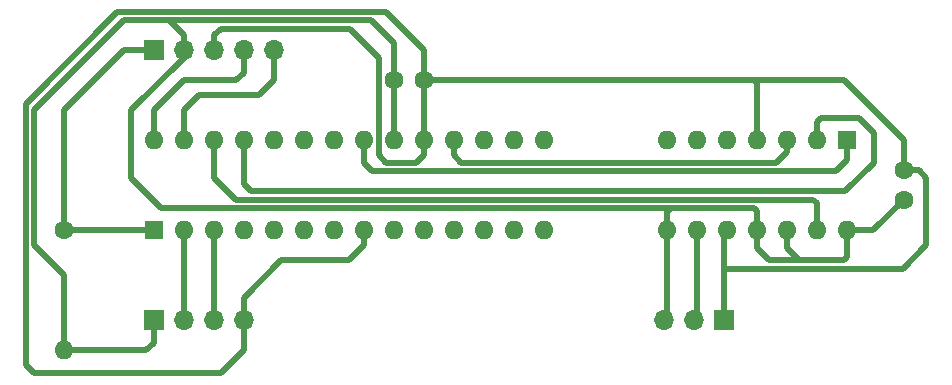
<source format=gbr>
%TF.GenerationSoftware,KiCad,Pcbnew,(5.1.6)-1*%
%TF.CreationDate,2021-04-02T22:19:38+08:00*%
%TF.ProjectId,loadcell1,6c6f6164-6365-46c6-9c31-2e6b69636164,rev?*%
%TF.SameCoordinates,Original*%
%TF.FileFunction,Copper,L2,Bot*%
%TF.FilePolarity,Positive*%
%FSLAX46Y46*%
G04 Gerber Fmt 4.6, Leading zero omitted, Abs format (unit mm)*
G04 Created by KiCad (PCBNEW (5.1.6)-1) date 2021-04-02 22:19:38*
%MOMM*%
%LPD*%
G01*
G04 APERTURE LIST*
%TA.AperFunction,ComponentPad*%
%ADD10R,1.600000X1.600000*%
%TD*%
%TA.AperFunction,ComponentPad*%
%ADD11O,1.600000X1.600000*%
%TD*%
%TA.AperFunction,ComponentPad*%
%ADD12C,1.600000*%
%TD*%
%TA.AperFunction,ComponentPad*%
%ADD13R,1.700000X1.700000*%
%TD*%
%TA.AperFunction,ComponentPad*%
%ADD14O,1.700000X1.700000*%
%TD*%
%TA.AperFunction,Conductor*%
%ADD15C,0.500000*%
%TD*%
G04 APERTURE END LIST*
D10*
%TO.P,U2,1*%
%TO.N,Net-(U1-Pad21)*%
X211074000Y-119380000D03*
D11*
%TO.P,U2,8*%
%TO.N,+3V3*%
X195834000Y-127000000D03*
%TO.P,U2,2*%
%TO.N,Net-(U1-Pad25)*%
X208534000Y-119380000D03*
%TO.P,U2,9*%
%TO.N,Net-(J3-Pad2)*%
X198374000Y-127000000D03*
%TO.P,U2,3*%
%TO.N,Net-(U1-Pad18)*%
X205994000Y-119380000D03*
%TO.P,U2,10*%
%TO.N,GND*%
X200914000Y-127000000D03*
%TO.P,U2,4*%
X203454000Y-119380000D03*
%TO.P,U2,11*%
%TO.N,+3V3*%
X203454000Y-127000000D03*
%TO.P,U2,5*%
%TO.N,Net-(U2-Pad5)*%
X200914000Y-119380000D03*
%TO.P,U2,12*%
%TO.N,+3V3*%
X205994000Y-127000000D03*
%TO.P,U2,6*%
%TO.N,Net-(U2-Pad6)*%
X198374000Y-119380000D03*
%TO.P,U2,13*%
%TO.N,Net-(U1-Pad26)*%
X208534000Y-127000000D03*
%TO.P,U2,7*%
%TO.N,Net-(U2-Pad7)*%
X195834000Y-119380000D03*
%TO.P,U2,14*%
%TO.N,+3V3*%
X211074000Y-127000000D03*
%TD*%
D10*
%TO.P,U1,1*%
%TO.N,Net-(J2-Pad1)*%
X152400000Y-127000000D03*
D11*
%TO.P,U1,15*%
%TO.N,Net-(U1-Pad15)*%
X185420000Y-119380000D03*
%TO.P,U1,2*%
%TO.N,Net-(J1-Pad2)*%
X154940000Y-127000000D03*
%TO.P,U1,16*%
%TO.N,Net-(U1-Pad16)*%
X182880000Y-119380000D03*
%TO.P,U1,3*%
%TO.N,Net-(J1-Pad3)*%
X157480000Y-127000000D03*
%TO.P,U1,17*%
%TO.N,Net-(U1-Pad17)*%
X180340000Y-119380000D03*
%TO.P,U1,4*%
%TO.N,Net-(U1-Pad4)*%
X160020000Y-127000000D03*
%TO.P,U1,18*%
%TO.N,Net-(U1-Pad18)*%
X177800000Y-119380000D03*
%TO.P,U1,5*%
%TO.N,Net-(U1-Pad5)*%
X162560000Y-127000000D03*
%TO.P,U1,19*%
%TO.N,GND*%
X175260000Y-119380000D03*
%TO.P,U1,6*%
%TO.N,Net-(U1-Pad6)*%
X165100000Y-127000000D03*
%TO.P,U1,20*%
%TO.N,+3V3*%
X172720000Y-119380000D03*
%TO.P,U1,7*%
%TO.N,Net-(U1-Pad7)*%
X167640000Y-127000000D03*
%TO.P,U1,21*%
%TO.N,Net-(U1-Pad21)*%
X170180000Y-119380000D03*
%TO.P,U1,8*%
%TO.N,GND*%
X170180000Y-127000000D03*
%TO.P,U1,22*%
%TO.N,Net-(U1-Pad22)*%
X167640000Y-119380000D03*
%TO.P,U1,9*%
%TO.N,Net-(U1-Pad9)*%
X172720000Y-127000000D03*
%TO.P,U1,23*%
%TO.N,Net-(U1-Pad23)*%
X165100000Y-119380000D03*
%TO.P,U1,10*%
%TO.N,Net-(U1-Pad10)*%
X175260000Y-127000000D03*
%TO.P,U1,24*%
%TO.N,Net-(U1-Pad24)*%
X162560000Y-119380000D03*
%TO.P,U1,11*%
%TO.N,Net-(U1-Pad11)*%
X177800000Y-127000000D03*
%TO.P,U1,25*%
%TO.N,Net-(U1-Pad25)*%
X160020000Y-119380000D03*
%TO.P,U1,12*%
%TO.N,Net-(U1-Pad12)*%
X180340000Y-127000000D03*
%TO.P,U1,26*%
%TO.N,Net-(U1-Pad26)*%
X157480000Y-119380000D03*
%TO.P,U1,13*%
%TO.N,Net-(U1-Pad13)*%
X182880000Y-127000000D03*
%TO.P,U1,27*%
%TO.N,Net-(J2-Pad5)*%
X154940000Y-119380000D03*
%TO.P,U1,14*%
%TO.N,Net-(U1-Pad14)*%
X185420000Y-127000000D03*
%TO.P,U1,28*%
%TO.N,Net-(J2-Pad4)*%
X152400000Y-119380000D03*
%TD*%
D12*
%TO.P,C1,1*%
%TO.N,+3V3*%
X172760000Y-114300000D03*
%TO.P,C1,2*%
%TO.N,GND*%
X175260000Y-114300000D03*
%TD*%
%TO.P,C2,2*%
%TO.N,GND*%
X215900000Y-121920000D03*
%TO.P,C2,1*%
%TO.N,+3V3*%
X215900000Y-124420000D03*
%TD*%
D13*
%TO.P,J1,1*%
%TO.N,+3V3*%
X152400000Y-134620000D03*
D14*
%TO.P,J1,2*%
%TO.N,Net-(J1-Pad2)*%
X154940000Y-134620000D03*
%TO.P,J1,3*%
%TO.N,Net-(J1-Pad3)*%
X157480000Y-134620000D03*
%TO.P,J1,4*%
%TO.N,GND*%
X160020000Y-134620000D03*
%TD*%
D13*
%TO.P,J2,1*%
%TO.N,Net-(J2-Pad1)*%
X152400000Y-111760000D03*
D14*
%TO.P,J2,2*%
%TO.N,+3V3*%
X154940000Y-111760000D03*
%TO.P,J2,3*%
%TO.N,GND*%
X157480000Y-111760000D03*
%TO.P,J2,4*%
%TO.N,Net-(J2-Pad4)*%
X160020000Y-111760000D03*
%TO.P,J2,5*%
%TO.N,Net-(J2-Pad5)*%
X162560000Y-111760000D03*
%TD*%
D13*
%TO.P,J3,1*%
%TO.N,GND*%
X200660000Y-134620000D03*
D14*
%TO.P,J3,2*%
%TO.N,Net-(J3-Pad2)*%
X198120000Y-134620000D03*
%TO.P,J3,3*%
%TO.N,+3V3*%
X195580000Y-134620000D03*
%TD*%
D12*
%TO.P,R1,1*%
%TO.N,Net-(J2-Pad1)*%
X144780000Y-127000000D03*
D11*
%TO.P,R1,2*%
%TO.N,+3V3*%
X144780000Y-137160000D03*
%TD*%
D15*
%TO.N,+3V3*%
X195834000Y-134366000D02*
X195580000Y-134620000D01*
X195834000Y-127000000D02*
X195834000Y-134366000D01*
X213320000Y-127000000D02*
X215900000Y-124420000D01*
X211074000Y-127000000D02*
X213320000Y-127000000D01*
X172720000Y-114340000D02*
X172760000Y-114300000D01*
X144780000Y-137160000D02*
X144780000Y-130810000D01*
X144780000Y-130810000D02*
X142240000Y-128270000D01*
X142240000Y-128270000D02*
X142240000Y-116840000D01*
X142240000Y-116840000D02*
X149860000Y-109220000D01*
X149860000Y-109220000D02*
X153670000Y-109220000D01*
X154940000Y-110490000D02*
X154940000Y-111760000D01*
X153670000Y-109220000D02*
X154940000Y-110490000D01*
X211074000Y-127000000D02*
X211074000Y-129286000D01*
X211074000Y-129286000D02*
X210820000Y-129540000D01*
X210820000Y-129540000D02*
X207010000Y-129540000D01*
X205994000Y-128524000D02*
X205994000Y-127000000D01*
X207010000Y-129540000D02*
X205994000Y-128524000D01*
X203454000Y-127000000D02*
X203454000Y-128524000D01*
X203454000Y-128524000D02*
X204470000Y-129540000D01*
X204470000Y-129540000D02*
X207010000Y-129540000D01*
X153670000Y-109220000D02*
X170815000Y-109220000D01*
X172760000Y-111165000D02*
X172760000Y-114300000D01*
X170815000Y-109220000D02*
X172760000Y-111165000D01*
X172720000Y-119380000D02*
X172720000Y-116840000D01*
X172720000Y-116840000D02*
X172720000Y-114340000D01*
X195834000Y-125476000D02*
X195834000Y-127000000D01*
X196215000Y-125095000D02*
X195834000Y-125476000D01*
X203454000Y-127000000D02*
X203454000Y-125349000D01*
X203454000Y-125349000D02*
X203200000Y-125095000D01*
X196215000Y-125095000D02*
X195580000Y-125095000D01*
X203200000Y-125095000D02*
X195580000Y-125095000D01*
X195580000Y-125095000D02*
X153035000Y-125095000D01*
X153035000Y-125095000D02*
X150495000Y-122555000D01*
X150495000Y-122555000D02*
X150495000Y-116840000D01*
X154940000Y-112395000D02*
X154940000Y-111760000D01*
X150495000Y-116840000D02*
X154940000Y-112395000D01*
X144780000Y-137160000D02*
X151765000Y-137160000D01*
X152400000Y-136525000D02*
X152400000Y-134620000D01*
X151765000Y-137160000D02*
X152400000Y-136525000D01*
%TO.N,GND*%
X160020000Y-134620000D02*
X160020000Y-132715000D01*
X160020000Y-132715000D02*
X163195000Y-129540000D01*
X163195000Y-129540000D02*
X168910000Y-129540000D01*
X170180000Y-128270000D02*
X170180000Y-127000000D01*
X168910000Y-129540000D02*
X170180000Y-128270000D01*
X200660000Y-127254000D02*
X200914000Y-127000000D01*
X215900000Y-121920000D02*
X217170000Y-121920000D01*
X217170000Y-121920000D02*
X217805000Y-122555000D01*
X217805000Y-122555000D02*
X217805000Y-128270000D01*
X200725010Y-130240010D02*
X200660000Y-130175000D01*
X217805000Y-128270000D02*
X215834990Y-130240010D01*
X200660000Y-134620000D02*
X200660000Y-130175000D01*
X215834990Y-130240010D02*
X200725010Y-130240010D01*
X200660000Y-130175000D02*
X200660000Y-127254000D01*
X215900000Y-121920000D02*
X215900000Y-119380000D01*
X215900000Y-119380000D02*
X210820000Y-114300000D01*
X175260000Y-114300000D02*
X175260000Y-116205000D01*
X175260000Y-116205000D02*
X175260000Y-119380000D01*
X203454000Y-114554000D02*
X203200000Y-114300000D01*
X210820000Y-114300000D02*
X203200000Y-114300000D01*
X203454000Y-119380000D02*
X203454000Y-114554000D01*
X203200000Y-114300000D02*
X175260000Y-114300000D01*
X157480000Y-111760000D02*
X157480000Y-110490000D01*
X157480000Y-110490000D02*
X158049990Y-109920010D01*
X158049990Y-109920010D02*
X168975010Y-109920010D01*
X168975010Y-109920010D02*
X171450000Y-112395000D01*
X171450000Y-112395000D02*
X171450000Y-120650000D01*
X171450000Y-120650000D02*
X172085000Y-121285000D01*
X172085000Y-121285000D02*
X174625000Y-121285000D01*
X175260000Y-120650000D02*
X175260000Y-119380000D01*
X174625000Y-121285000D02*
X175260000Y-120650000D01*
X160020000Y-137160000D02*
X160020000Y-134620000D01*
X158115000Y-139065000D02*
X160020000Y-137160000D01*
X142240000Y-139065000D02*
X158115000Y-139065000D01*
X141539990Y-129474990D02*
X141605000Y-129540000D01*
X141605000Y-138430000D02*
X142240000Y-139065000D01*
X175260000Y-111760000D02*
X172019990Y-108519990D01*
X175260000Y-114300000D02*
X175260000Y-111760000D01*
X141605000Y-129540000D02*
X141605000Y-138430000D01*
X141539990Y-116270010D02*
X141539990Y-129474990D01*
X172019990Y-108519990D02*
X149290010Y-108519990D01*
X149290010Y-108519990D02*
X141539990Y-116270010D01*
%TO.N,Net-(J1-Pad2)*%
X154940000Y-127000000D02*
X154940000Y-134620000D01*
%TO.N,Net-(J1-Pad3)*%
X157480000Y-127000000D02*
X157480000Y-134620000D01*
%TO.N,Net-(J2-Pad1)*%
X144780000Y-127000000D02*
X152400000Y-127000000D01*
X152400000Y-111760000D02*
X149860000Y-111760000D01*
X149860000Y-111760000D02*
X144780000Y-116840000D01*
X144780000Y-116840000D02*
X144780000Y-127000000D01*
%TO.N,Net-(J2-Pad4)*%
X159385000Y-114300000D02*
X160020000Y-113665000D01*
X152400000Y-119380000D02*
X152400000Y-116840000D01*
X160020000Y-113665000D02*
X160020000Y-111760000D01*
X154940000Y-114300000D02*
X159385000Y-114300000D01*
X152400000Y-116840000D02*
X154940000Y-114300000D01*
%TO.N,Net-(J2-Pad5)*%
X154940000Y-119380000D02*
X154940000Y-116840000D01*
X154940000Y-116840000D02*
X156210000Y-115570000D01*
X156210000Y-115570000D02*
X161290000Y-115570000D01*
X162560000Y-114300000D02*
X162560000Y-111760000D01*
X161290000Y-115570000D02*
X162560000Y-114300000D01*
%TO.N,Net-(J3-Pad2)*%
X198374000Y-134366000D02*
X198120000Y-134620000D01*
X198374000Y-127000000D02*
X198374000Y-134366000D01*
%TO.N,Net-(U1-Pad18)*%
X205994000Y-120396000D02*
X205994000Y-119380000D01*
X178435000Y-121285000D02*
X205105000Y-121285000D01*
X205105000Y-121285000D02*
X205994000Y-120396000D01*
X177800000Y-119380000D02*
X177800000Y-120650000D01*
X177800000Y-120650000D02*
X178435000Y-121285000D01*
%TO.N,Net-(U1-Pad21)*%
X211074000Y-119380000D02*
X211074000Y-121031000D01*
X210119990Y-121985010D02*
X170880010Y-121985010D01*
X211074000Y-121031000D02*
X210119990Y-121985010D01*
X170880010Y-121985010D02*
X170180000Y-121285000D01*
X170180000Y-121285000D02*
X170180000Y-119380000D01*
%TO.N,Net-(U1-Pad25)*%
X160020000Y-119380000D02*
X160020000Y-123059980D01*
X160020000Y-123059980D02*
X160655000Y-123694980D01*
X160655000Y-123694980D02*
X210950020Y-123694980D01*
X210950020Y-123694980D02*
X213360000Y-121285000D01*
X213360000Y-121285000D02*
X213360000Y-118745000D01*
X213360000Y-118745000D02*
X212090000Y-117475000D01*
X212090000Y-117475000D02*
X208915000Y-117475000D01*
X208534000Y-117856000D02*
X208534000Y-119380000D01*
X208915000Y-117475000D02*
X208534000Y-117856000D01*
%TO.N,Net-(U1-Pad26)*%
X208534000Y-127000000D02*
X208534000Y-124714000D01*
X208214990Y-124394990D02*
X159319990Y-124394990D01*
X208534000Y-124714000D02*
X208214990Y-124394990D01*
X157480000Y-122555000D02*
X157480000Y-119380000D01*
X159319990Y-124394990D02*
X157480000Y-122555000D01*
%TD*%
M02*

</source>
